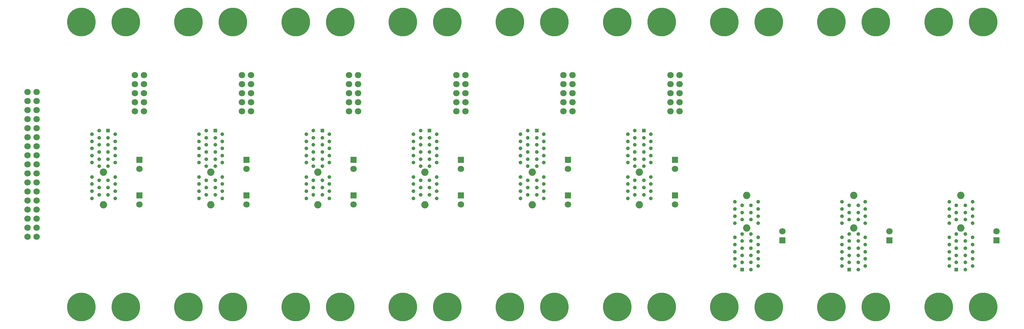
<source format=gbl>
%FSLAX43Y43*%
%MOMM*%
G71*
G01*
G75*
G04 Layer_Physical_Order=2*
G04 Layer_Color=16711680*
%ADD10R,0.600X1.550*%
%ADD11R,1.000X0.900*%
%ADD12R,0.600X1.300*%
%ADD13C,1.800*%
%ADD14R,1.800X1.800*%
%ADD15R,1.050X1.050*%
%ADD16C,1.050*%
%ADD17C,2.050*%
%ADD18C,8.000*%
D13*
X230000Y31270D02*
D03*
X290000D02*
D03*
X260000D02*
D03*
X21270Y70320D02*
D03*
X18730D02*
D03*
X21270Y67780D02*
D03*
X18730D02*
D03*
X21270Y65240D02*
D03*
X18730D02*
D03*
X21270Y62700D02*
D03*
X18730D02*
D03*
X21270Y60160D02*
D03*
X18730D02*
D03*
X21270Y57620D02*
D03*
X18730D02*
D03*
X21270Y55080D02*
D03*
X18730D02*
D03*
X21270Y52540D02*
D03*
X18730D02*
D03*
X21270Y50000D02*
D03*
X18730D02*
D03*
X21270Y47460D02*
D03*
X18730D02*
D03*
X21270Y44920D02*
D03*
X18730D02*
D03*
X21270Y42380D02*
D03*
X18730D02*
D03*
X21270Y39840D02*
D03*
X18730D02*
D03*
X21270Y37300D02*
D03*
X18730D02*
D03*
X21270Y34760D02*
D03*
X18730D02*
D03*
X21270Y32220D02*
D03*
X18730D02*
D03*
X21270Y29680D02*
D03*
X18730D02*
D03*
X200000Y38730D02*
D03*
Y48730D02*
D03*
X140000Y38730D02*
D03*
Y48730D02*
D03*
X170000Y38730D02*
D03*
Y48730D02*
D03*
X201270Y75080D02*
D03*
X198730D02*
D03*
X201270Y72540D02*
D03*
X198730D02*
D03*
X201270Y70000D02*
D03*
X198730D02*
D03*
X201270Y67460D02*
D03*
X198730D02*
D03*
X201270Y64920D02*
D03*
X198730D02*
D03*
X141270Y75080D02*
D03*
X138730D02*
D03*
X141270Y72540D02*
D03*
X138730D02*
D03*
X141270Y70000D02*
D03*
X138730D02*
D03*
X141270Y67460D02*
D03*
X138730D02*
D03*
X141270Y64920D02*
D03*
X138730D02*
D03*
X171270Y75080D02*
D03*
X168730D02*
D03*
X171270Y72540D02*
D03*
X168730D02*
D03*
X171270Y70000D02*
D03*
X168730D02*
D03*
X171270Y67460D02*
D03*
X168730D02*
D03*
X171270Y64920D02*
D03*
X168730D02*
D03*
X81270Y75080D02*
D03*
X78730D02*
D03*
X81270Y72540D02*
D03*
X78730D02*
D03*
X81270Y70000D02*
D03*
X78730D02*
D03*
X81270Y67460D02*
D03*
X78730D02*
D03*
X81270Y64920D02*
D03*
X78730D02*
D03*
X111270Y75080D02*
D03*
X108730D02*
D03*
X111270Y72540D02*
D03*
X108730D02*
D03*
X111270Y70000D02*
D03*
X108730D02*
D03*
X111270Y67460D02*
D03*
X108730D02*
D03*
X111270Y64920D02*
D03*
X108730D02*
D03*
X51270Y75080D02*
D03*
X48730D02*
D03*
X51270Y72540D02*
D03*
X48730D02*
D03*
X51270Y70000D02*
D03*
X48730D02*
D03*
X51270Y67460D02*
D03*
X48730D02*
D03*
X51270Y64920D02*
D03*
X48730D02*
D03*
X50000Y48730D02*
D03*
Y38730D02*
D03*
X110000Y48730D02*
D03*
Y38730D02*
D03*
X80000Y48730D02*
D03*
Y38730D02*
D03*
D14*
X230000Y28730D02*
D03*
X290000D02*
D03*
X260000D02*
D03*
X200000Y41270D02*
D03*
Y51270D02*
D03*
X140000Y41270D02*
D03*
Y51270D02*
D03*
X170000Y41270D02*
D03*
Y51270D02*
D03*
X50000D02*
D03*
Y41270D02*
D03*
X110000Y51270D02*
D03*
Y41270D02*
D03*
X80000Y51270D02*
D03*
Y41270D02*
D03*
D15*
X41245Y59500D02*
D03*
X71245D02*
D03*
X101245D02*
D03*
X131245D02*
D03*
X161245D02*
D03*
X191245D02*
D03*
X218755Y20500D02*
D03*
X248755D02*
D03*
X278755D02*
D03*
D16*
X41245Y57500D02*
D03*
Y55500D02*
D03*
Y53500D02*
D03*
Y51500D02*
D03*
Y49500D02*
D03*
Y45500D02*
D03*
Y43500D02*
D03*
Y41500D02*
D03*
X43245Y58500D02*
D03*
Y56500D02*
D03*
Y54500D02*
D03*
Y52500D02*
D03*
Y50500D02*
D03*
Y46500D02*
D03*
Y44500D02*
D03*
Y42500D02*
D03*
Y40500D02*
D03*
X38745Y59500D02*
D03*
Y57500D02*
D03*
Y55500D02*
D03*
Y53500D02*
D03*
Y51500D02*
D03*
Y49500D02*
D03*
Y45500D02*
D03*
Y43500D02*
D03*
Y41500D02*
D03*
X36745Y58500D02*
D03*
Y56500D02*
D03*
Y54500D02*
D03*
Y52500D02*
D03*
Y50500D02*
D03*
Y46500D02*
D03*
Y44500D02*
D03*
Y42500D02*
D03*
Y40500D02*
D03*
X71245Y57500D02*
D03*
Y55500D02*
D03*
Y53500D02*
D03*
Y51500D02*
D03*
Y49500D02*
D03*
Y45500D02*
D03*
Y43500D02*
D03*
Y41500D02*
D03*
X73245Y58500D02*
D03*
Y56500D02*
D03*
Y54500D02*
D03*
Y52500D02*
D03*
Y50500D02*
D03*
Y46500D02*
D03*
Y44500D02*
D03*
Y42500D02*
D03*
Y40500D02*
D03*
X68745Y59500D02*
D03*
Y57500D02*
D03*
Y55500D02*
D03*
Y53500D02*
D03*
Y51500D02*
D03*
Y49500D02*
D03*
Y45500D02*
D03*
Y43500D02*
D03*
Y41500D02*
D03*
X66745Y58500D02*
D03*
Y56500D02*
D03*
Y54500D02*
D03*
Y52500D02*
D03*
Y50500D02*
D03*
Y46500D02*
D03*
Y44500D02*
D03*
Y42500D02*
D03*
Y40500D02*
D03*
X101245Y57500D02*
D03*
Y55500D02*
D03*
Y53500D02*
D03*
Y51500D02*
D03*
Y49500D02*
D03*
Y45500D02*
D03*
Y43500D02*
D03*
Y41500D02*
D03*
X103245Y58500D02*
D03*
Y56500D02*
D03*
Y54500D02*
D03*
Y52500D02*
D03*
Y50500D02*
D03*
Y46500D02*
D03*
Y44500D02*
D03*
Y42500D02*
D03*
Y40500D02*
D03*
X98745Y59500D02*
D03*
Y57500D02*
D03*
Y55500D02*
D03*
Y53500D02*
D03*
Y51500D02*
D03*
Y49500D02*
D03*
Y45500D02*
D03*
Y43500D02*
D03*
Y41500D02*
D03*
X96745Y58500D02*
D03*
Y56500D02*
D03*
Y54500D02*
D03*
Y52500D02*
D03*
Y50500D02*
D03*
Y46500D02*
D03*
Y44500D02*
D03*
Y42500D02*
D03*
Y40500D02*
D03*
X131245Y57500D02*
D03*
Y55500D02*
D03*
Y53500D02*
D03*
Y51500D02*
D03*
Y49500D02*
D03*
Y45500D02*
D03*
Y43500D02*
D03*
Y41500D02*
D03*
X133245Y58500D02*
D03*
Y56500D02*
D03*
Y54500D02*
D03*
Y52500D02*
D03*
Y50500D02*
D03*
Y46500D02*
D03*
Y44500D02*
D03*
Y42500D02*
D03*
Y40500D02*
D03*
X128745Y59500D02*
D03*
Y57500D02*
D03*
Y55500D02*
D03*
Y53500D02*
D03*
Y51500D02*
D03*
Y49500D02*
D03*
Y45500D02*
D03*
Y43500D02*
D03*
Y41500D02*
D03*
X126745Y58500D02*
D03*
Y56500D02*
D03*
Y54500D02*
D03*
Y52500D02*
D03*
Y50500D02*
D03*
Y46500D02*
D03*
Y44500D02*
D03*
Y42500D02*
D03*
Y40500D02*
D03*
X161245Y57500D02*
D03*
Y55500D02*
D03*
Y53500D02*
D03*
Y51500D02*
D03*
Y49500D02*
D03*
Y45500D02*
D03*
Y43500D02*
D03*
Y41500D02*
D03*
X163245Y58500D02*
D03*
Y56500D02*
D03*
Y54500D02*
D03*
Y52500D02*
D03*
Y50500D02*
D03*
Y46500D02*
D03*
Y44500D02*
D03*
Y42500D02*
D03*
Y40500D02*
D03*
X158745Y59500D02*
D03*
Y57500D02*
D03*
Y55500D02*
D03*
Y53500D02*
D03*
Y51500D02*
D03*
Y49500D02*
D03*
Y45500D02*
D03*
Y43500D02*
D03*
Y41500D02*
D03*
X156745Y58500D02*
D03*
Y56500D02*
D03*
Y54500D02*
D03*
Y52500D02*
D03*
Y50500D02*
D03*
Y46500D02*
D03*
Y44500D02*
D03*
Y42500D02*
D03*
Y40500D02*
D03*
X191245Y57500D02*
D03*
Y55500D02*
D03*
Y53500D02*
D03*
Y51500D02*
D03*
Y49500D02*
D03*
Y45500D02*
D03*
Y43500D02*
D03*
Y41500D02*
D03*
X193245Y58500D02*
D03*
Y56500D02*
D03*
Y54500D02*
D03*
Y52500D02*
D03*
Y50500D02*
D03*
Y46500D02*
D03*
Y44500D02*
D03*
Y42500D02*
D03*
Y40500D02*
D03*
X188745Y59500D02*
D03*
Y57500D02*
D03*
Y55500D02*
D03*
Y53500D02*
D03*
Y51500D02*
D03*
Y49500D02*
D03*
Y45500D02*
D03*
Y43500D02*
D03*
Y41500D02*
D03*
X186745Y58500D02*
D03*
Y56500D02*
D03*
Y54500D02*
D03*
Y52500D02*
D03*
Y50500D02*
D03*
Y46500D02*
D03*
Y44500D02*
D03*
Y42500D02*
D03*
Y40500D02*
D03*
X218755Y22500D02*
D03*
Y24500D02*
D03*
Y26500D02*
D03*
Y28500D02*
D03*
Y30500D02*
D03*
Y34500D02*
D03*
Y36500D02*
D03*
Y38500D02*
D03*
X216755Y21500D02*
D03*
Y23500D02*
D03*
Y25500D02*
D03*
Y27500D02*
D03*
Y29500D02*
D03*
Y33500D02*
D03*
Y35500D02*
D03*
Y37500D02*
D03*
Y39500D02*
D03*
X221255Y20500D02*
D03*
Y22500D02*
D03*
Y24500D02*
D03*
Y26500D02*
D03*
Y28500D02*
D03*
Y30500D02*
D03*
Y34500D02*
D03*
Y36500D02*
D03*
Y38500D02*
D03*
X223255Y21500D02*
D03*
Y23500D02*
D03*
Y25500D02*
D03*
Y27500D02*
D03*
Y29500D02*
D03*
Y33500D02*
D03*
Y35500D02*
D03*
Y37500D02*
D03*
Y39500D02*
D03*
X248755Y22500D02*
D03*
Y24500D02*
D03*
Y26500D02*
D03*
Y28500D02*
D03*
Y30500D02*
D03*
Y34500D02*
D03*
Y36500D02*
D03*
Y38500D02*
D03*
X246755Y21500D02*
D03*
Y23500D02*
D03*
Y25500D02*
D03*
Y27500D02*
D03*
Y29500D02*
D03*
Y33500D02*
D03*
Y35500D02*
D03*
Y37500D02*
D03*
Y39500D02*
D03*
X251255Y20500D02*
D03*
Y22500D02*
D03*
Y24500D02*
D03*
Y26500D02*
D03*
Y28500D02*
D03*
Y30500D02*
D03*
Y34500D02*
D03*
Y36500D02*
D03*
Y38500D02*
D03*
X253255Y21500D02*
D03*
Y23500D02*
D03*
Y25500D02*
D03*
Y27500D02*
D03*
Y29500D02*
D03*
Y33500D02*
D03*
Y35500D02*
D03*
Y37500D02*
D03*
Y39500D02*
D03*
X278755Y22500D02*
D03*
Y24500D02*
D03*
Y26500D02*
D03*
Y28500D02*
D03*
Y30500D02*
D03*
Y34500D02*
D03*
Y36500D02*
D03*
Y38500D02*
D03*
X276755Y21500D02*
D03*
Y23500D02*
D03*
Y25500D02*
D03*
Y27500D02*
D03*
Y29500D02*
D03*
Y33500D02*
D03*
Y35500D02*
D03*
Y37500D02*
D03*
Y39500D02*
D03*
X281255Y20500D02*
D03*
Y22500D02*
D03*
Y24500D02*
D03*
Y26500D02*
D03*
Y28500D02*
D03*
Y30500D02*
D03*
Y34500D02*
D03*
Y36500D02*
D03*
Y38500D02*
D03*
X283255Y21500D02*
D03*
Y23500D02*
D03*
Y25500D02*
D03*
Y27500D02*
D03*
Y29500D02*
D03*
Y33500D02*
D03*
Y35500D02*
D03*
Y37500D02*
D03*
Y39500D02*
D03*
D17*
X39995Y47850D02*
D03*
Y38700D02*
D03*
X69995Y47850D02*
D03*
Y38700D02*
D03*
X99995Y47850D02*
D03*
Y38700D02*
D03*
X129995Y47850D02*
D03*
Y38700D02*
D03*
X159995Y47850D02*
D03*
Y38700D02*
D03*
X189995Y47850D02*
D03*
Y38700D02*
D03*
X220005Y32150D02*
D03*
Y41300D02*
D03*
X250005Y32150D02*
D03*
Y41300D02*
D03*
X280005Y32150D02*
D03*
Y41300D02*
D03*
D18*
X153777Y10000D02*
D03*
X166223D02*
D03*
X183777Y90000D02*
D03*
X196223D02*
D03*
X183777Y10000D02*
D03*
X196223D02*
D03*
X213777Y90000D02*
D03*
X226223D02*
D03*
X213777Y10000D02*
D03*
X226223D02*
D03*
X243777Y90000D02*
D03*
X256223D02*
D03*
X243777Y10000D02*
D03*
X256223D02*
D03*
X273777Y90000D02*
D03*
X286223D02*
D03*
X273777Y10000D02*
D03*
X286223D02*
D03*
X33777Y90000D02*
D03*
X46223D02*
D03*
X33777Y10000D02*
D03*
X46223D02*
D03*
X63777Y90000D02*
D03*
X76223D02*
D03*
X63777Y10000D02*
D03*
X76223D02*
D03*
X93777Y90000D02*
D03*
X106223D02*
D03*
X93777Y10000D02*
D03*
X106223D02*
D03*
X123777Y90000D02*
D03*
X136223D02*
D03*
X123777Y10000D02*
D03*
X136223D02*
D03*
X153777Y90000D02*
D03*
X166223D02*
D03*
M02*

</source>
